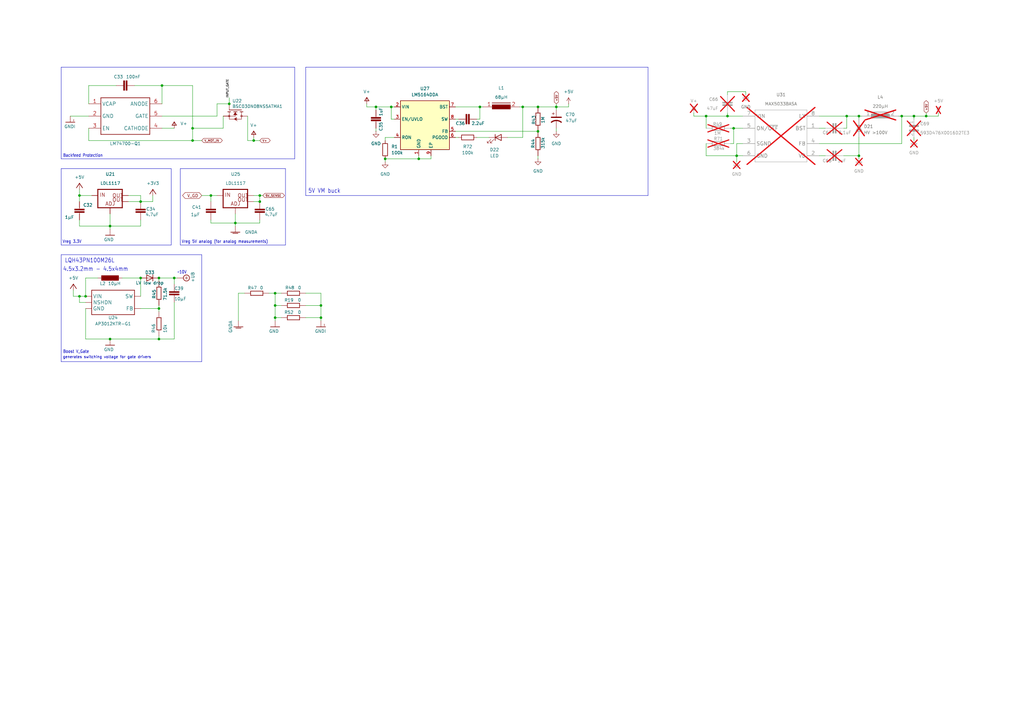
<source format=kicad_sch>
(kicad_sch (version 20250114) (generator "eeschema") (generator_version "9.0")
  (paper "User" 425.45 298.602)
  (lib_symbols
    (symbol "Device:C_Polarized_US" (pin_numbers (hide yes)) (pin_names (offset 0.254) (hide yes))
      (property "Reference" "C" (at 0.635 2.54 0))
      (property "Value" "C_Polarized_US" (at 0.635 -2.54 0))
      (symbol "C_Polarized_US_0_1"
        (polyline (pts (xy -2.032 0.762) (xy 2.032 0.762)) (stroke (width 0.508)))
        (polyline (pts (xy -1.778 2.286) (xy -0.762 2.286)))
        (polyline (pts (xy -1.27 1.778) (xy -1.27 2.794)))
        (arc (start -2.032 -1.27) (mid 0 -0.5572) (end 2.032 -1.27) (stroke (width 0.508)))
      )
      (symbol "C_Polarized_US_1_1"
        (pin passive line (at 0 3.81 270) (length 2.794) (name "~") (number "1"))
        (pin passive line (at 0 -3.81 90) (length 3.302) (name "~") (number "2"))
      )
    )
    (symbol "Device:D" (pin_numbers (hide yes)) (pin_names (offset 1.016) (hide yes))
      (property "Reference" "D" (at 0 2.54 0))
      (property "Value" "D" (at 0 -2.54 0))
      (symbol "D_0_1"
        (polyline (pts (xy -1.27 1.27) (xy -1.27 -1.27)) (stroke (width 0.254)))
        (polyline (pts (xy 1.27 1.27) (xy 1.27 -1.27) (xy -1.27 0) (xy 1.27 1.27)) (stroke (width 0.254)))
        (polyline (pts (xy 1.27 0) (xy -1.27 0)))
      )
      (symbol "D_1_1"
        (pin passive line (at -3.81 0 0) (length 2.54) (name "K") (number "1"))
        (pin passive line (at 3.81 0 180) (length 2.54) (name "A") (number "2"))
      )
    )
    (symbol "Device:LED" (pin_numbers (hide yes)) (pin_names (offset 1.016) (hide yes))
      (property "Reference" "D" (at 0 2.54 0))
      (property "Value" "LED" (at 0 -2.54 0))
      (symbol "LED_0_1"
        (polyline (pts (xy -3.048 -0.762) (xy -4.572 -2.286) (xy -3.81 -2.286) (xy -4.572 -2.286) (xy -4.572 -1.524)))
        (polyline (pts (xy -1.778 -0.762) (xy -3.302 -2.286) (xy -2.54 -2.286) (xy -3.302 -2.286) (xy -3.302 -1.524)))
        (polyline (pts (xy -1.27 0) (xy 1.27 0)))
        (polyline (pts (xy -1.27 -1.27) (xy -1.27 1.27)) (stroke (width 0.254)))
        (polyline (pts (xy 1.27 -1.27) (xy 1.27 1.27) (xy -1.27 0) (xy 1.27 -1.27)) (stroke (width 0.254)))
      )
      (symbol "LED_1_1"
        (pin passive line (at -3.81 0 0) (length 2.54) (name "K") (number "1"))
        (pin passive line (at 3.81 0 180) (length 2.54) (name "A") (number "2"))
      )
    )
    (symbol "Device:R" (pin_numbers (hide yes)) (pin_names (offset 0))
      (property "Reference" "R" (at 2.032 0 90))
      (property "Value" "R" (at 0 0 90))
      (symbol "R_0_1"
        (rectangle (start -1.016 -2.54) (end 1.016 2.54) (stroke (width 0.254)))
      )
      (symbol "R_1_1"
        (pin passive line (at 0 3.81 270) (length 1.27) (name "~") (number "1"))
        (pin passive line (at 0 -3.81 90) (length 1.27) (name "~") (number "2"))
      )
    )
    (symbol "Regulator_Switching:LM5164DDA"
      (property "Reference" "U" (at -8.89 11.43 0))
      (property "Value" "LM5164DDA" (at 5.08 11.43 0))
      (symbol "LM5164DDA_1_1"
        (rectangle (start -10.16 10.16) (end 10.16 -10.16) (stroke (width 0.254)) (fill (type background)))
        (pin power_in line (at -12.7 7.62 0) (length 2.54) (name "VIN") (number "2"))
        (pin input line (at -12.7 2.54 0) (length 2.54) (name "EN/UVLO") (number "3"))
        (pin passive line (at -12.7 -5.08 0) (length 2.54) (name "RON") (number "4"))
        (pin power_in line (at -2.54 -12.7 90) (length 2.54) (name "GND") (number "1"))
        (pin passive line (at 2.54 -12.7 90) (length 2.54) (name "EP") (number "9"))
        (pin passive line (at 12.7 7.62 180) (length 2.54) (name "BST") (number "7"))
        (pin power_out line (at 12.7 2.54 180) (length 2.54) (name "SW") (number "8"))
        (pin input line (at 12.7 -2.54 180) (length 2.54) (name "FB") (number "5"))
        (pin open_collector line (at 12.7 -5.08 180) (length 2.54) (name "PGOOD") (number "6"))
      )
    )
    (symbol "fsim_ff-eagle-import:OHSC_Power_BSC030N08NS5ATMA1"
      (property "Reference" "U" (at -11.43 2.54 0))
      (symbol "OHSC_Power_BSC030N08NS5ATMA1_1_0"
        (polyline (pts (xy 0 2.54) (xy 0 -2.54)) (stroke (width 0.254)))
        (polyline (pts (xy 0.762 3.175) (xy 0.762 2.54)) (stroke (width 0.254)))
        (polyline (pts (xy 0.762 2.54) (xy 0.762 1.905)) (stroke (width 0.254)))
        (polyline (pts (xy 0.762 2.54) (xy 3.81 2.54)) (stroke (width 0.1524)))
        (polyline (pts (xy 0.762 0.762) (xy 0.762 0)) (stroke (width 0.254)))
        (polyline (pts (xy 0.762 0) (xy 0.762 -0.762)) (stroke (width 0.254)))
        (polyline (pts (xy 0.762 0) (xy 2.54 0)) (stroke (width 0.1524)))
        (polyline (pts (xy 0.762 -1.905) (xy 0.762 -2.54)) (stroke (width 0.254)))
        (polyline (pts (xy 0.762 -2.54) (xy 0.762 -3.175)) (stroke (width 0.254)))
        (polyline (pts (xy 1.016 0) (xy 2.032 -0.762) (xy 2.032 0.762)) (stroke (width 0.1524)) (fill (type outline)))
        (circle (center 2.54 2.54) (radius 0.3592))
        (polyline (pts (xy 2.54 0) (xy 2.54 -2.54)) (stroke (width 0.1524)))
        (polyline (pts (xy 2.54 -2.54) (xy 0.762 -2.54)) (stroke (width 0.1524)))
        (polyline (pts (xy 2.54 -2.54) (xy 3.81 -2.54)) (stroke (width 0.1524)))
        (circle (center 2.54 -2.54) (radius 0.3592))
        (polyline (pts (xy 3.302 0.508) (xy 3.048 0.254)) (stroke (width 0.1524)))
        (polyline (pts (xy 3.81 2.54) (xy 3.81 0.508)) (stroke (width 0.1524)))
        (polyline (pts (xy 3.81 0.508) (xy 3.302 0.508)) (stroke (width 0.1524)))
        (polyline (pts (xy 3.81 0.508) (xy 3.81 -2.54)) (stroke (width 0.1524)))
        (polyline (pts (xy 3.81 -0.508) (xy 3.302 0.254) (xy 4.318 0.254)) (stroke (width 0.1524)) (fill (type outline)))
        (polyline (pts (xy 4.318 0.508) (xy 3.81 0.508)) (stroke (width 0.1524)))
        (polyline (pts (xy 4.572 0.762) (xy 4.318 0.508)) (stroke (width 0.1524)))
        (pin passive line (at -2.54 -2.54 0) (length 2.54) (name "G") (number "4"))
        (pin passive line (at 2.54 5.08 270) (length 2.54) (name "D") (number "5"))
        (pin passive line (at 2.54 -5.08 90) (length 2.54) (name "S") (number "1"))
        (pin passive line (at 2.54 -5.08 90) (length 2.54) (name "S") (number "2"))
        (pin passive line (at 2.54 -5.08 90) (length 2.54) (name "S") (number "3"))
      )
    )
    (symbol "fsim_ff-eagle-import:OHSC_Power_LM74700-Q1"
      (symbol "OHSC_Power_LM74700-Q1_1_0"
        (polyline (pts (xy -5.08 5.08) (xy -5.08 -10.16)) (stroke (width 0.254)))
        (polyline (pts (xy -5.08 -10.16) (xy 15.24 -10.16)) (stroke (width 0.254)))
        (polyline (pts (xy 15.24 5.08) (xy -5.08 5.08)) (stroke (width 0.254)))
        (polyline (pts (xy 15.24 -10.16) (xy 15.24 5.08)) (stroke (width 0.254)))
        (pin bidirectional line (at -10.16 2.54 0) (length 5.08) (name "VCAP") (number "1"))
        (pin bidirectional line (at -10.16 -2.54 0) (length 5.08) (name "GND") (number "2"))
        (pin bidirectional line (at -10.16 -7.62 0) (length 5.08) (name "EN") (number "3"))
        (pin bidirectional line (at 20.32 2.54 180) (length 5.08) (name "ANODE") (number "6"))
        (pin bidirectional line (at 20.32 -2.54 180) (length 5.08) (name "GATE") (number "5"))
        (pin bidirectional line (at 20.32 -7.62 180) (length 5.08) (name "CATHODE") (number "4"))
      )
    )
    (symbol "fsim_ff-eagle-import:Powermisc_593D476X0016D2TE3"
      (property "Reference" "C" (at 0 3.81 0))
      (symbol "Powermisc_593D476X0016D2TE3_1_0"
        (rectangle (start 0 -1.905) (end 0.635 1.905) (fill (type outline)))
        (rectangle (start 1.905 -1.905) (end 2.54 1.905) (fill (type outline)))
        (pin passive line (at -2.54 0 0) (length 2.54) (name "2") (number "2"))
        (pin passive line (at 5.08 0 180) (length 2.54) (name "1") (number "1"))
      )
    )
    (symbol "fsim_ff-eagle-import:Powermisc_8MMINDUCTOR"
      (property "Reference" "L" (at -3.81 2.286 0))
      (symbol "Powermisc_8MMINDUCTOR_1_0"
        (polyline (pts (xy -3.81 1.651) (xy 3.81 1.651)) (stroke (width 0.254)))
        (rectangle (start -3.81 -0.889) (end 3.81 0.889) (fill (type outline)))
        (pin passive line (at -7.62 0 0) (length 5.08) (name "1") (number "1"))
        (pin passive line (at 7.62 0 180) (length 5.08) (name "2") (number "2"))
      )
    )
    (symbol "fsim_ff-eagle-import:Powermisc_AP3012KTR-G1"
      (property "Reference" "U" (at -5.08 5.08 0))
      (symbol "Powermisc_AP3012KTR-G1_1_0"
        (polyline (pts (xy -5.08 5.08) (xy -5.08 -5.08)) (stroke (width 0.254)))
        (polyline (pts (xy -5.08 -5.08) (xy 12.7 -5.08)) (stroke (width 0.254)))
        (polyline (pts (xy 12.7 5.08) (xy -5.08 5.08)) (stroke (width 0.254)))
        (polyline (pts (xy 12.7 -5.08) (xy 12.7 5.08)) (stroke (width 0.254)))
        (pin bidirectional line (at -7.62 2.54 0) (length 2.54) (name "VIN") (number "5"))
        (pin bidirectional line (at -7.62 0 0) (length 2.54) (name "NSHDN") (number "4"))
        (pin bidirectional line (at -7.62 -2.54 0) (length 2.54) (name "GND") (number "2"))
        (pin bidirectional line (at 15.24 2.54 180) (length 2.54) (name "SW") (number "1"))
        (pin bidirectional line (at 15.24 -2.54 180) (length 2.54) (name "FB") (number "3"))
      )
    )
    (symbol "fsim_ff-eagle-import:Powermisc_MAX5033BASA+T"
      (symbol "Powermisc_MAX5033BASA+T_1_0"
        (polyline (pts (xy 0 0) (xy 0 -21.59)) (stroke (width 0.1524)))
        (polyline (pts (xy 0 -21.59) (xy 21.59 -21.59)) (stroke (width 0.1524)))
        (polyline (pts (xy 21.59 0) (xy 0 0)) (stroke (width 0.1524)))
        (polyline (pts (xy 21.59 -21.59) (xy 21.59 0)) (stroke (width 0.1524)))
        (pin power_in line (at -5.08 -2.54 0) (length 5.08) (name "VIN") (number "7"))
        (pin input line (at -5.08 -7.62 0) (length 5.08) (name "ON/~{OFF}") (number "5"))
        (pin power_in line (at -5.08 -13.97 0) (length 5.08) (name "SGND") (number "3"))
        (pin power_in line (at -5.08 -19.05 0) (length 5.08) (name "GND") (number "6"))
        (pin passive line (at 26.67 -2.54 180) (length 5.08) (name "LX") (number "8"))
        (pin passive line (at 26.67 -7.62 180) (length 5.08) (name "BST") (number "1"))
        (pin output line (at 26.67 -13.97 180) (length 5.08) (name "FB") (number "4"))
        (pin power_in line (at 26.67 -19.05 180) (length 5.08) (name "VD") (number "2"))
      )
    )
    (symbol "fsim_ff-eagle-import:SparkFun-IC-Power_526_V_REG_LM1117SOT223"
      (property "Reference" "U" (at 2.54 -7.62 0))
      (symbol "SparkFun-IC-Power_526_V_REG_LM1117SOT223_1_0"
        (polyline (pts (xy -5.08 2.54) (xy -5.08 -5.08)) (stroke (width 0.4064)))
        (polyline (pts (xy -5.08 -5.08) (xy 5.08 -5.08)) (stroke (width 0.4064)))
        (polyline (pts (xy 5.08 2.54) (xy -5.08 2.54)) (stroke (width 0.4064)))
        (polyline (pts (xy 5.08 -5.08) (xy 5.08 2.54)) (stroke (width 0.4064)))
        (text "IN" (at -4.445 -0.635 0) (effects (font (size 1.524 1.524)) (justify left bottom)))
        (text "ADJ" (at -2.032 -4.318 0) (effects (font (size 1.524 1.524)) (justify left bottom)))
        (text "OUT" (at 0.889 -0.889 0) (effects (font (size 1.524 1.524)) (justify left bottom)))
        (text "OUT" (at 0.889 -2.667 0) (effects (font (size 1.524 1.524)) (justify left bottom)))
        (pin input line (at -7.62 0 0) (length 2.54) (name "IN") (number "3"))
        (pin input line (at 0 -7.62 90) (length 2.54) (name "ADJ") (number "1"))
        (pin output line (at 7.62 0 180) (length 2.54) (name "OUT") (number "2"))
        (pin output line (at 7.62 -2.54 180) (length 2.54) (name "OUT@1") (number "4"))
      )
    )
    (symbol "fsim_ff-eagle-import:rcl_334_L-EUL4532P"
      (property "Reference" "L" (at -1.4986 -3.81 90))
      (symbol "rcl_334_L-EUL4532P_1_0"
        (rectangle (start -1.016 -3.556) (end 1.016 3.556) (fill (type outline)))
        (pin passive line (at 0 5.08 270) (length 2.54) (name "1") (number "1"))
        (pin passive line (at 0 -5.08 90) (length 2.54) (name "2") (number "2"))
      )
    )
    (symbol "fsim_ff-eagle-import:resistor_348_C-EUC0603"
      (property "Reference" "C" (at 1.524 0.381 0))
      (symbol "resistor_348_C-EUC0603_1_0"
        (rectangle (start -2.032 -1.016) (end 2.032 -0.508) (fill (type outline)))
        (rectangle (start -2.032 -2.032) (end 2.032 -1.524) (fill (type outline)))
        (polyline (pts (xy 0 0) (xy 0 -0.508)) (stroke (width 0.1524)))
        (polyline (pts (xy 0 -2.54) (xy 0 -2.032)) (stroke (width 0.1524)))
        (pin passive line (at 0 2.54 270) (length 2.54) (name "1") (number "1"))
        (pin passive line (at 0 -5.08 90) (length 2.54) (name "2") (number "2"))
      )
    )
    (symbol "fsim_ff-eagle-import:resistor_348_C-EUC0805"
      (property "Reference" "C" (at 1.524 0.381 0))
      (symbol "resistor_348_C-EUC0805_1_0"
        (rectangle (start -2.032 -1.016) (end 2.032 -0.508) (fill (type outline)))
        (rectangle (start -2.032 -2.032) (end 2.032 -1.524) (fill (type outline)))
        (polyline (pts (xy 0 0) (xy 0 -0.508)) (stroke (width 0.1524)))
        (polyline (pts (xy 0 -2.54) (xy 0 -2.032)) (stroke (width 0.1524)))
        (pin passive line (at 0 2.54 270) (length 2.54) (name "1") (number "1"))
        (pin passive line (at 0 -5.08 90) (length 2.54) (name "2") (number "2"))
      )
    )
    (symbol "fsim_ff-eagle-import:resistor_348_C-EUC1206"
      (property "Reference" "C" (at 1.524 0.381 0))
      (symbol "resistor_348_C-EUC1206_1_0"
        (rectangle (start -2.032 -1.016) (end 2.032 -0.508) (fill (type outline)))
        (rectangle (start -2.032 -2.032) (end 2.032 -1.524) (fill (type outline)))
        (polyline (pts (xy 0 0) (xy 0 -0.508)) (stroke (width 0.1524)))
        (polyline (pts (xy 0 -2.54) (xy 0 -2.032)) (stroke (width 0.1524)))
        (pin passive line (at 0 2.54 270) (length 2.54) (name "1") (number "1"))
        (pin passive line (at 0 -5.08 90) (length 2.54) (name "2") (number "2"))
      )
    )
    (symbol "fsim_ff-eagle-import:resistor_348_R-EU_R0603"
      (property "Reference" "R" (at -3.81 1.4986 0))
      (symbol "resistor_348_R-EU_R0603_1_0"
        (polyline (pts (xy -2.54 -0.889) (xy -2.54 0.889)) (stroke (width 0.254)))
        (polyline (pts (xy -2.54 -0.889) (xy 2.54 -0.889)) (stroke (width 0.254)))
        (polyline (pts (xy 2.54 0.889) (xy -2.54 0.889)) (stroke (width 0.254)))
        (polyline (pts (xy 2.54 -0.889) (xy 2.54 0.889)) (stroke (width 0.254)))
        (pin passive line (at -5.08 0 0) (length 2.54) (name "1") (number "1"))
        (pin passive line (at 5.08 0 180) (length 2.54) (name "2") (number "2"))
      )
    )
    (symbol "fsim_ff-eagle-import:resistor_348_R-EU_R0805"
      (property "Reference" "R" (at -3.81 1.4986 0))
      (symbol "resistor_348_R-EU_R0805_1_0"
        (polyline (pts (xy -2.54 -0.889) (xy -2.54 0.889)) (stroke (width 0.254)))
        (polyline (pts (xy -2.54 -0.889) (xy 2.54 -0.889)) (stroke (width 0.254)))
        (polyline (pts (xy 2.54 0.889) (xy -2.54 0.889)) (stroke (width 0.254)))
        (polyline (pts (xy 2.54 -0.889) (xy 2.54 0.889)) (stroke (width 0.254)))
        (pin passive line (at -5.08 0 0) (length 2.54) (name "1") (number "1"))
        (pin passive line (at 5.08 0 180) (length 2.54) (name "2") (number "2"))
      )
    )
    (symbol "fsim_ff-eagle-import:supply1_371_+3V3" (power)
      (symbol "supply1_371_+3V3_1_0"
        (polyline (pts (xy 0 0) (xy -1.27 -1.905)) (stroke (width 0.254)))
        (polyline (pts (xy 1.27 -1.905) (xy 0 0)) (stroke (width 0.254)))
        (pin power_in line (at 0 -2.54 90) (length 2.54) (name "+3V3") (number "1"))
      )
    )
    (symbol "fsim_ff-eagle-import:supply1_371_+5V" (power)
      (symbol "supply1_371_+5V_1_0"
        (polyline (pts (xy 0 0) (xy -1.27 -1.905)) (stroke (width 0.254)))
        (polyline (pts (xy 1.27 -1.905) (xy 0 0)) (stroke (width 0.254)))
        (pin power_in line (at 0 -2.54 90) (length 2.54) (name "+5V") (number "1"))
      )
    )
    (symbol "fsim_ff-eagle-import:supply1_371_GND" (power)
      (symbol "supply1_371_GND_1_0"
        (polyline (pts (xy -1.905 0) (xy 1.905 0)) (stroke (width 0.254)))
        (pin power_in line (at 0 2.54 270) (length 2.54) (name "GND") (number "1"))
      )
    )
    (symbol "fsim_ff-eagle-import:supply1_371_GNDA" (power)
      (symbol "supply1_371_GNDA_1_0"
        (polyline (pts (xy -1.905 0) (xy 1.905 0)) (stroke (width 0.254)))
        (polyline (pts (xy -1.0922 -0.508) (xy 1.0922 -0.508)) (stroke (width 0.254)))
        (pin power_in line (at 0 2.54 270) (length 2.54) (name "GNDA") (number "1"))
      )
    )
    (symbol "fsim_ff-eagle-import:supply1_371_GNDI" (power)
      (symbol "supply1_371_GNDI_1_0"
        (polyline (pts (xy -1.905 0) (xy 1.905 0)) (stroke (width 0.254)))
        (text "I" (at 1.143 0.254 0) (effects (font (size 0.8128 0.6908)) (justify left bottom)))
        (pin power_in line (at 0 2.54 270) (length 2.54) (name "GNDI") (number "1"))
      )
    )
    (symbol "fsim_ff-eagle-import:supply1_371_V+" (power)
      (symbol "supply1_371_V+_1_0"
        (polyline (pts (xy -0.889 -1.27) (xy 0.889 -1.27)) (stroke (width 0.254)))
        (polyline (pts (xy 0 0.127) (xy -0.889 -1.27)) (stroke (width 0.254)))
        (polyline (pts (xy 0.889 -1.27) (xy 0 0.127)) (stroke (width 0.254)))
        (pin power_in line (at 0 -2.54 90) (length 2.54) (name "V+") (number "1"))
      )
    )
    (symbol "fsim_ff-eagle-import:supply2_372_+UB" (power)
      (symbol "supply2_372_+UB_1_0"
        (polyline (pts (xy -0.635 1.27) (xy 0.635 1.27)) (stroke (width 0.1524)))
        (circle (center 0 1.27) (radius 1.27) (stroke (width 0.254)))
        (polyline (pts (xy 0 0.635) (xy 0 1.905)) (stroke (width 0.1524)))
        (pin power_in line (at 0 -2.54 90) (length 2.54) (name "+UB") (number "1"))
      )
    )
    (symbol "power:+5V" (power) (pin_numbers (hide yes)) (pin_names (offset 0) (hide yes))
      (property "Value" "+5V" (at 0 3.556 0))
      (symbol "+5V_0_1"
        (polyline (pts (xy -0.762 1.27) (xy 0 2.54)))
        (polyline (pts (xy 0 2.54) (xy 0.762 1.27)))
        (polyline (pts (xy 0 0) (xy 0 2.54)))
      )
      (symbol "+5V_1_1"
        (pin power_in line (at 0 0 90) (length 0) (name "~") (number "1"))
      )
    )
    (symbol "power:GND" (power) (pin_numbers (hide yes)) (pin_names (offset 0) (hide yes))
      (property "Value" "GND" (at 0 -3.81 0))
      (symbol "GND_0_1"
        (polyline (pts (xy 0 0) (xy 0 -1.27) (xy 1.27 -1.27) (xy 0 -2.54) (xy -1.27 -1.27) (xy 0 -1.27)))
      )
      (symbol "GND_1_1"
        (pin power_in line (at 0 0 270) (length 0) (name "~") (number "1"))
      )
    )
  )
  (text "Vreg 5V analog (for analog measurements)" (at 75.438 101.346 0) (effects (font (size 1.27 1.0795)) (justify left bottom)))
  (text "~10V" (at 73.66 114.046 0) (effects (font (size 1.27 1.0795)) (justify left bottom)))
  (text "Backfeed Protection" (at 26.162 65.532 0) (effects (font (size 1.27 1.0795)) (justify left bottom)))
  (text "4.5x3.2mm - 4.5x4mm" (at 26.162 113.03 0) (effects (font (size 1.778 1.5113)) (justify left bottom)))
  (text "Vreg 3.3V" (at 25.908 101.346 0) (effects (font (size 1.27 1.0795)) (justify left bottom)))
  (text "generates switching voltage for gate drivers" (at 44.45 148.59 0) (effects (font (size 1.0795 1.0795))))
  (text "Boost V_Gate" (at 26.162 147.066 0) (effects (font (size 1.27 1.0795)) (justify left bottom)))
  (text "5V VM buck" (at 128.016 80.518 0) (effects (font (size 1.778 1.5113)) (justify left bottom)))
  (text "LQH43PN100M26L" (at 26.924 109.474 0) (effects (font (size 1.778 1.5113)) (justify left bottom)))
  (junction (at 223.52 44.45))
  (junction (at 133.35 127))
  (junction (at 156.21 44.45))
  (junction (at 379.73 48.26))
  (junction (at 33.02 123.19))
  (junction (at 45.72 93.98))
  (junction (at 45.72 140.97))
  (junction (at 173.99 66.04))
  (junction (at 97.79 92.71))
  (junction (at 306.07 64.77))
  (junction (at 217.17 44.45))
  (junction (at 35.56 123.19))
  (junction (at 162.56 44.45))
  (junction (at 66.04 115.57))
  (junction (at 223.52 54.61))
  (junction (at 58.42 83.82))
  (junction (at 33.02 81.28))
  (junction (at 67.31 35.56))
  (junction (at 114.3 127))
  (junction (at 160.02 66.04))
  (junction (at 87.63 81.28))
  (junction (at 72.39 115.57))
  (junction (at 105.41 58.42))
  (junction (at 231.14 44.45))
  (junction (at 374.65 48.26))
  (junction (at 304.8 53.34))
  (junction (at 80.01 53.34))
  (junction (at 66.04 128.27))
  (junction (at 199.39 44.45))
  (junction (at 302.26 48.26))
  (junction (at 133.35 132.08))
  (junction (at 114.3 121.92))
  (junction (at 293.37 48.26))
  (junction (at 356.87 48.26))
  (junction (at 107.95 81.28))
  (junction (at 356.87 64.77))
  (junction (at 66.04 140.97))
  (junction (at 80.01 58.42))
  (junction (at 384.81 48.26))
  (junction (at 107.95 83.82))
  (junction (at 58.42 115.57))
  (junction (at 95.25 43.18))
  (junction (at 351.79 48.26))
  (junction (at 114.3 132.08))
  (polyline (pts (xy 25.4 101.854) (xy 71.12 101.854)) (stroke (width 0.1524) (type solid)))
  (wire (pts (xy 217.17 44.45) (xy 223.52 44.45)))
  (polyline (pts (xy 71.12 101.854) (xy 71.12 70.104)) (stroke (width 0.1524) (type solid)))
  (wire (pts (xy 217.17 57.15) (xy 217.17 44.45)))
  (wire (pts (xy 36.83 35.56) (xy 48.26 35.56)) (stroke (width 0.1524)))
  (wire (pts (xy 173.99 66.04) (xy 179.07 66.04)))
  (wire (pts (xy 66.04 128.27) (xy 58.42 128.27)) (stroke (width 0.1524)))
  (wire (pts (xy 309.88 38.1) (xy 309.88 39.37)))
  (wire (pts (xy 223.52 44.45) (xy 231.14 44.45)))
  (wire (pts (xy 114.3 133.35) (xy 114.3 132.08)))
  (wire (pts (xy 160.02 66.04) (xy 160.02 67.31)))
  (polyline (pts (xy 83.82 105.918) (xy 25.4 105.918)) (stroke (width 0.1524) (type solid)))
  (wire (pts (xy 92.71 53.34) (xy 80.01 53.34)) (stroke (width 0.1524)))
  (wire (pts (xy 35.56 123.19) (xy 35.56 115.57)) (stroke (width 0.1524)))
  (wire (pts (xy 356.87 57.15) (xy 356.87 64.77)))
  (wire (pts (xy 236.22 44.45) (xy 236.22 43.18)))
  (wire (pts (xy 293.37 53.34) (xy 293.37 48.26)))
  (wire (pts (xy 38.1 81.28) (xy 33.02 81.28)) (stroke (width 0.1524)))
  (wire (pts (xy 133.35 121.92) (xy 133.35 127)) (stroke (width 0.1524)))
  (wire (pts (xy 36.83 43.18) (xy 36.83 35.56)) (stroke (width 0.1524)))
  (wire (pts (xy 72.39 115.57) (xy 72.39 118.11)) (stroke (width 0.1524)))
  (wire (pts (xy 80.01 53.34) (xy 80.01 35.56)) (stroke (width 0.1524)))
  (polyline (pts (xy 71.12 70.104) (xy 25.4 70.104)) (stroke (width 0.1524) (type solid)))
  (wire (pts (xy 102.87 58.42) (xy 105.41 58.42)) (stroke (width 0.1524)))
  (wire (pts (xy 306.07 59.69) (xy 306.07 64.77)))
  (wire (pts (xy 179.07 66.04) (xy 179.07 64.77)))
  (wire (pts (xy 379.73 57.15) (xy 379.73 58.42)))
  (polyline (pts (xy 118.618 70.104) (xy 74.93 70.104)) (stroke (width 0.1524) (type solid)))
  (wire (pts (xy 66.04 127) (xy 66.04 128.27)))
  (wire (pts (xy 189.23 57.15) (xy 190.5 57.15)))
  (wire (pts (xy 340.36 64.77) (xy 342.9 64.77)))
  (wire (pts (xy 36.83 48.26) (xy 29.21 48.26)) (stroke (width 0.1524)))
  (wire (pts (xy 160.02 58.42) (xy 160.02 57.15)))
  (wire (pts (xy 107.95 81.28) (xy 107.95 83.82)) (stroke (width 0.1524)))
  (wire (pts (xy 340.36 48.26) (xy 351.79 48.26)))
  (wire (pts (xy 73.66 115.57) (xy 72.39 115.57)) (stroke (width 0.1524)))
  (wire (pts (xy 36.83 53.34) (xy 36.83 58.42)) (stroke (width 0.1524)))
  (wire (pts (xy 306.07 64.77) (xy 306.07 67.31)))
  (wire (pts (xy 87.63 81.28) (xy 87.63 83.82)) (stroke (width 0.1524)))
  (wire (pts (xy 99.06 121.92) (xy 99.06 133.35)) (stroke (width 0.1524)))
  (wire (pts (xy 35.56 115.57) (xy 40.64 115.57)) (stroke (width 0.1524)))
  (wire (pts (xy 87.63 92.71) (xy 87.63 91.44)) (stroke (width 0.1524)))
  (wire (pts (xy 97.79 92.71) (xy 87.63 92.71)) (stroke (width 0.1524)))
  (wire (pts (xy 114.3 121.92) (xy 114.3 127)) (stroke (width 0.1524)))
  (wire (pts (xy 72.39 125.73) (xy 72.39 140.97)) (stroke (width 0.1524)))
  (wire (pts (xy 102.87 48.26) (xy 102.87 58.42)) (stroke (width 0.1524)))
  (wire (pts (xy 33.02 125.73) (xy 33.02 123.19)) (stroke (width 0.1524)))
  (wire (pts (xy 152.4 44.45) (xy 152.4 43.18)))
  (wire (pts (xy 53.34 83.82) (xy 58.42 83.82)) (stroke (width 0.1524)))
  (wire (pts (xy 156.21 44.45) (xy 162.56 44.45)))
  (wire (pts (xy 58.42 115.57) (xy 50.8 115.57)) (stroke (width 0.1524)))
  (wire (pts (xy 90.17 81.28) (xy 87.63 81.28)) (stroke (width 0.1524)))
  (wire (pts (xy 127 132.08) (xy 133.35 132.08)) (stroke (width 0.1524)))
  (wire (pts (xy 35.56 128.27) (xy 35.56 140.97)) (stroke (width 0.1524)))
  (wire (pts (xy 66.04 139.7) (xy 66.04 140.97)))
  (wire (pts (xy 66.04 115.57) (xy 72.39 115.57)) (stroke (width 0.1524)))
  (wire (pts (xy 45.72 95.25) (xy 45.72 93.98)))
  (wire (pts (xy 116.84 127) (xy 114.3 127)) (stroke (width 0.1524)))
  (wire (pts (xy 223.52 64.77) (xy 223.52 66.04)))
  (wire (pts (xy 351.79 48.26) (xy 356.87 48.26)))
  (wire (pts (xy 373.38 48.26) (xy 374.65 48.26)))
  (wire (pts (xy 374.65 48.26) (xy 379.73 48.26)))
  (wire (pts (xy 189.23 44.45) (xy 199.39 44.45)))
  (wire (pts (xy 97.79 92.71) (xy 107.95 92.71)) (stroke (width 0.1524)))
  (wire (pts (xy 55.88 35.56) (xy 67.31 35.56)) (stroke (width 0.1524)))
  (wire (pts (xy 358.14 48.26) (xy 356.87 48.26)))
  (wire (pts (xy 97.79 92.71) (xy 97.79 93.98)) (stroke (width 0.1524)))
  (wire (pts (xy 308.61 59.69) (xy 306.07 59.69)))
  (polyline (pts (xy 127 27.94) (xy 269.24 27.94)) (stroke (width 0.1524) (type solid)))
  (wire (pts (xy 66.04 140.97) (xy 45.72 140.97)) (stroke (width 0.1524)))
  (wire (pts (xy 340.36 53.34) (xy 342.9 53.34)))
  (wire (pts (xy 288.29 48.26) (xy 288.29 46.99)))
  (wire (pts (xy 53.34 81.28) (xy 58.42 81.28)) (stroke (width 0.1524)))
  (wire (pts (xy 58.42 93.98) (xy 58.42 91.44)) (stroke (width 0.1524)))
  (wire (pts (xy 210.82 57.15) (xy 217.17 57.15)))
  (wire (pts (xy 173.99 66.04) (xy 173.99 64.77)))
  (wire (pts (xy 90.17 48.26) (xy 90.17 43.18)) (stroke (width 0.1524)))
  (wire (pts (xy 156.21 45.72) (xy 156.21 44.45)))
  (wire (pts (xy 374.65 48.26) (xy 374.65 59.69)))
  (wire (pts (xy 114.3 121.92) (xy 116.84 121.92)) (stroke (width 0.1524)))
  (wire (pts (xy 162.56 44.45) (xy 163.83 44.45)))
  (wire (pts (xy 293.37 48.26) (xy 288.29 48.26)))
  (wire (pts (xy 293.37 48.26) (xy 302.26 48.26)))
  (wire (pts (xy 384.81 46.99) (xy 384.81 48.26)))
  (wire (pts (xy 308.61 64.77) (xy 306.07 64.77)))
  (wire (pts (xy 66.04 129.54) (xy 66.04 128.27)) (stroke (width 0.1524)))
  (wire (pts (xy 199.39 49.53) (xy 199.39 44.45)))
  (wire (pts (xy 374.65 59.69) (xy 340.36 59.69)))
  (wire (pts (xy 231.14 45.72) (xy 231.14 44.45)))
  (wire (pts (xy 189.23 49.53) (xy 190.5 49.53)))
  (wire (pts (xy 105.41 58.42) (xy 107.95 58.42)) (stroke (width 0.1524)))
  (wire (pts (xy 163.83 49.53) (xy 162.56 49.53)))
  (wire (pts (xy 189.23 54.61) (xy 223.52 54.61)))
  (wire (pts (xy 107.95 83.82) (xy 105.41 83.82)) (stroke (width 0.1524)))
  (wire (pts (xy 35.56 125.73) (xy 33.02 125.73)) (stroke (width 0.1524)))
  (wire (pts (xy 97.79 88.9) (xy 97.79 92.71)) (stroke (width 0.1524)))
  (polyline (pts (xy 25.4 70.104) (xy 25.4 101.854)) (stroke (width 0.1524) (type solid)))
  (wire (pts (xy 356.87 64.77) (xy 356.87 66.04)))
  (wire (pts (xy 133.35 127) (xy 133.35 132.08)) (stroke (width 0.1524)))
  (polyline (pts (xy 83.82 150.368) (xy 83.82 105.918)) (stroke (width 0.1524) (type solid)))
  (polyline (pts (xy 74.93 101.854) (xy 118.618 101.854)) (stroke (width 0.1524) (type solid)))
  (wire (pts (xy 58.42 123.19) (xy 58.42 115.57)) (stroke (width 0.1524)))
  (wire (pts (xy 33.02 123.19) (xy 30.48 123.19)) (stroke (width 0.1524)))
  (wire (pts (xy 95.25 40.64) (xy 95.25 43.18)))
  (wire (pts (xy 67.31 35.56) (xy 67.31 43.18)) (stroke (width 0.1524)))
  (wire (pts (xy 293.37 59.69) (xy 293.37 64.77)))
  (polyline (pts (xy 122.428 66.04) (xy 122.428 27.94)) (stroke (width 0.1524) (type solid)))
  (wire (pts (xy 350.52 53.34) (xy 351.79 53.34)))
  (polyline (pts (xy 127 81.28) (xy 127 27.94)) (stroke (width 0.1524) (type solid)))
  (wire (pts (xy 35.56 140.97) (xy 45.72 140.97)) (stroke (width 0.1524)))
  (polyline (pts (xy 25.4 27.94) (xy 25.4 66.04)) (stroke (width 0.1524) (type solid)))
  (polyline (pts (xy 25.4 105.918) (xy 25.4 150.368)) (stroke (width 0.1524) (type solid)))
  (wire (pts (xy 45.72 88.9) (xy 45.72 93.98)) (stroke (width 0.1524)))
  (wire (pts (xy 87.63 81.28) (xy 83.82 81.28)) (stroke (width 0.1524)))
  (polyline (pts (xy 25.4 66.04) (xy 122.428 66.04)) (stroke (width 0.1524) (type solid)))
  (wire (pts (xy 156.21 53.34) (xy 156.21 54.61)))
  (polyline (pts (xy 269.24 27.94) (xy 269.24 81.28)) (stroke (width 0.1524) (type solid)))
  (wire (pts (xy 127 121.92) (xy 133.35 121.92)) (stroke (width 0.1524)))
  (wire (pts (xy 92.71 48.26) (xy 92.71 53.34)) (stroke (width 0.1524)))
  (wire (pts (xy 107.95 81.28) (xy 109.22 81.28)) (stroke (width 0.1524)))
  (wire (pts (xy 36.83 58.42) (xy 80.01 58.42)) (stroke (width 0.1524)))
  (wire (pts (xy 99.06 121.92) (xy 101.6 121.92)) (stroke (width 0.1524)))
  (wire (pts (xy 67.31 53.34) (xy 72.39 53.34)) (stroke (width 0.1524)))
  (polyline (pts (xy 118.618 101.854) (xy 118.618 70.104)) (stroke (width 0.1524) (type solid)))
  (wire (pts (xy 35.56 123.19) (xy 33.02 123.19)) (stroke (width 0.1524)))
  (wire (pts (xy 105.41 81.28) (xy 107.95 81.28)) (stroke (width 0.1524)))
  (wire (pts (xy 304.8 53.34) (xy 308.61 53.34)))
  (wire (pts (xy 72.39 140.97) (xy 66.04 140.97)) (stroke (width 0.1524)))
  (wire (pts (xy 30.48 123.19) (xy 30.48 120.65)) (stroke (width 0.1524)))
  (wire (pts (xy 58.42 81.28) (xy 58.42 83.82)) (stroke (width 0.1524)))
  (wire (pts (xy 231.14 44.45) (xy 236.22 44.45)))
  (wire (pts (xy 66.04 115.57) (xy 66.04 116.84)) (stroke (width 0.1524)))
  (wire (pts (xy 33.02 81.28) (xy 33.02 83.82)) (stroke (width 0.1524)))
  (wire (pts (xy 309.88 38.1) (xy 302.26 38.1)))
  (wire (pts (xy 162.56 49.53) (xy 162.56 44.45)))
  (wire (pts (xy 63.5 81.28) (xy 63.5 83.82)) (stroke (width 0.1524)))
  (wire (pts (xy 215.9 44.45) (xy 217.17 44.45)))
  (wire (pts (xy 114.3 121.92) (xy 111.76 121.92)) (stroke (width 0.1524)))
  (wire (pts (xy 160.02 57.15) (xy 163.83 57.15)))
  (wire (pts (xy 293.37 64.77) (xy 306.07 64.77)))
  (wire (pts (xy 302.26 38.1) (xy 302.26 39.37)))
  (wire (pts (xy 33.02 78.74) (xy 33.02 81.28)) (stroke (width 0.1524)))
  (wire (pts (xy 80.01 58.42) (xy 83.82 58.42)))
  (polyline (pts (xy 25.4 150.368) (xy 83.82 150.368)) (stroke (width 0.1524) (type solid)))
  (wire (pts (xy 80.01 35.56) (xy 67.31 35.56)) (stroke (width 0.1524)))
  (wire (pts (xy 231.14 43.18) (xy 231.14 44.45)))
  (wire (pts (xy 379.73 48.26) (xy 384.81 48.26)))
  (wire (pts (xy 356.87 49.53) (xy 356.87 48.26)))
  (wire (pts (xy 379.73 49.53) (xy 379.73 48.26)))
  (wire (pts (xy 304.8 53.34) (xy 303.53 53.34)))
  (wire (pts (xy 302.26 46.99) (xy 302.26 48.26)))
  (wire (pts (xy 105.41 57.15) (xy 105.41 58.42)))
  (polyline (pts (xy 269.24 81.28) (xy 127 81.28)) (stroke (width 0.1524) (type solid)))
  (wire (pts (xy 116.84 132.08) (xy 114.3 132.08)) (stroke (width 0.1524)))
  (wire (pts (xy 389.89 48.26) (xy 389.89 46.99)))
  (wire (pts (xy 95.25 43.18) (xy 90.17 43.18)) (stroke (width 0.1524)))
  (wire (pts (xy 350.52 64.77) (xy 356.87 64.77)))
  (wire (pts (xy 127 127) (xy 133.35 127)) (stroke (width 0.1524)))
  (wire (pts (xy 63.5 83.82) (xy 58.42 83.82)) (stroke (width 0.1524)))
  (wire (pts (xy 351.79 53.34) (xy 351.79 48.26)))
  (polyline (pts (xy 74.93 70.104) (xy 74.93 101.854)) (stroke (width 0.1524) (type solid)))
  (wire (pts (xy 384.81 48.26) (xy 389.89 48.26)))
  (wire (pts (xy 231.14 53.34) (xy 231.14 54.61)))
  (wire (pts (xy 198.12 49.53) (xy 199.39 49.53)))
  (polyline (pts (xy 122.428 27.94) (xy 25.4 27.94)) (stroke (width 0.1524) (type solid)))
  (wire (pts (xy 67.31 48.26) (xy 90.17 48.26)) (stroke (width 0.1524)))
  (wire (pts (xy 302.26 48.26) (xy 308.61 48.26)))
  (wire (pts (xy 304.8 59.69) (xy 303.53 59.69)))
  (wire (pts (xy 114.3 127) (xy 114.3 132.08)) (stroke (width 0.1524)))
  (wire (pts (xy 33.02 93.98) (xy 33.02 91.44)) (stroke (width 0.1524)))
  (wire (pts (xy 152.4 44.45) (xy 156.21 44.45)))
  (wire (pts (xy 33.02 93.98) (xy 45.72 93.98)) (stroke (width 0.1524)))
  (wire (pts (xy 80.01 58.42) (xy 80.01 53.34)) (stroke (width 0.1524)))
  (wire (pts (xy 304.8 53.34) (xy 304.8 59.69)))
  (wire (pts (xy 107.95 92.71) (xy 107.95 91.44)) (stroke (width 0.1524)))
  (wire (pts (xy 58.42 93.98) (xy 45.72 93.98)) (stroke (width 0.1524)))
  (wire (pts (xy 160.02 66.04) (xy 173.99 66.04)))
  (wire (pts (xy 198.12 57.15) (xy 203.2 57.15)))
  (wire (pts (xy 199.39 44.45) (xy 200.66 44.45)))
  (wire (pts (xy 133.35 133.35) (xy 133.35 132.08)))
  (label "INPUT_GATE" (at 95.25 40.64 90) (effects (font (size 0.889 0.889))))
  (global_label "V_GD" (shape bidirectional) (at 83.82 81.28 180) (effects (font (size 1.2446 1.2446))) (property "Intersheetrefs" "${INTERSHEET_REFS}" (effects (hide yes))))
  (global_label "5V_SENSE" (shape bidirectional) (at 109.22 81.28 0) (effects (font (size 0.889 0.889))) (property "Intersheetrefs" "${INTERSHEET_REFS}" (effects (hide yes))))
  (global_label "+5V" (shape bidirectional) (at 384.81 46.99 90) (effects (font (size 0.889 0.889))) (property "Intersheetrefs" "${INTERSHEET_REFS}" (effects (hide yes))))
  (global_label "V+" (shape bidirectional) (at 107.95 58.42 0) (effects (font (size 0.889 0.889))) (property "Intersheetrefs" "${INTERSHEET_REFS}" (effects (hide yes))))
  (global_label "+5V" (shape bidirectional) (at 231.14 43.18 90) (effects (font (size 0.889 0.889))) (property "Intersheetrefs" "${INTERSHEET_REFS}" (effects (hide yes))))
  (global_label "V_MOT_IN" (shape bidirectional) (at 83.82 58.42 0) (effects (font (size 0.889 0.889))) (property "Intersheetrefs" "${INTERSHEET_REFS}" (effects (hide yes))))
  (symbol (lib_id "fsim_ff-eagle-import:supply1_371_V+") (at 105.41 54.61 0) (unit 1)
    (property "Reference" "#P+20" (effects (hide yes)))
    (property "Value" "V+" (at 105.41 52.07 0))
  )
  (symbol (lib_id "fsim_ff-eagle-import:resistor_348_R-EU_R0805") (at 298.45 53.34 0) (unit 1) (in_bom no) (on_board no) (dnp yes)
    (property "Reference" "R49" (at 296.164 52.324 0) (effects (justify left bottom)))
    (property "Value" "1M" (at 296.672 56.134 0) (effects (justify left bottom)))
    (property "Footprint" "Resistor_SMD:R_0805_2012Metric" (effects (hide yes)))
  )
  (symbol (lib_id "fsim_ff-eagle-import:resistor_348_R-EU_R0603") (at 121.92 127 0) (unit 1)
    (property "Reference" "R19" (at 118.11 125.5014 0) (effects (justify left bottom)))
    (property "Value" "0" (at 123.698 125.476 0) (effects (justify left bottom)))
    (property "Footprint" "Resistor_SMD:R_0603_1608Metric" (effects (hide yes)))
  )
  (symbol (lib_id "Device:LED") (at 207.01 57.15 0) (unit 1)
    (property "Reference" "D22" (at 205.4225 62.23 0))
    (property "Value" "LED" (at 205.4225 64.77 0))
    (property "Footprint" "Diode_SMD:D_0603_1608Metric" (effects (hide yes)))
    (property "Description" "Light emitting diode" (effects (hide yes)))
    (property "Sim.Pins" "1=K 2=A" (effects (hide yes)))
  )
  (symbol (lib_id "fsim_ff-eagle-import:SparkFun-IC-Power_526_V_REG_LM1117SOT223") (at 45.72 81.28 0) (unit 1)
    (property "Reference" "U21" (at 45.8334 72.39 0))
    (property "Value" "LDL1117" (at 45.8334 76.2 0))
    (property "Footprint" "Package_TO_SOT_SMD:SOT-223" (effects (hide yes)))
    (property "Datasheet" "https://www.st.com/resource/en/datasheet/ldl1117.pdf" (effects (hide yes)))
  )
  (symbol (lib_id "fsim_ff-eagle-import:resistor_348_C-EUC0603") (at 345.44 53.34 90) (unit 1) (in_bom no) (on_board no) (dnp yes)
    (property "Reference" "C67" (at 343.662 55.118 90))
    (property "Value" "0.1uF" (at 351.028 55.118 90))
    (property "Footprint" "Capacitor_SMD:C_0805_2012Metric" (effects (hide yes)))
  )
  (symbol (lib_id "Device:C_Polarized_US") (at 231.14 49.53 0) (unit 1)
    (property "Reference" "C70" (at 234.95 47.6249 0) (effects (justify left)))
    (property "Value" "47uF" (at 234.95 50.1649 0) (effects (justify left)))
    (property "Footprint" "Capacitor_SMD:CP_Elec_8x10.5" (effects (hide yes)))
    (property "Description" "EEE-FN1K470UL" (effects (hide yes)))
  )
  (symbol (lib_id "fsim_ff-eagle-import:supply1_371_V+") (at 72.39 50.8 0) (unit 1)
    (property "Reference" "#P+19" (effects (hide yes)))
    (property "Value" "V+" (at 74.93 51.3715 0) (effects (justify left)))
  )
  (symbol (lib_id "fsim_ff-eagle-import:resistor_348_C-EUC0805") (at 33.02 86.36 0) (unit 1)
    (property "Reference" "C32" (at 34.544 85.979 0) (effects (justify left bottom)))
    (property "Value" "1µF" (at 26.924 91.059 0) (effects (justify left bottom)))
    (property "Footprint" "Capacitor_SMD:C_0805_2012Metric" (effects (hide yes)))
  )
  (symbol (lib_id "fsim_ff-eagle-import:Powermisc_593D476X0016D2TE3") (at 379.73 54.61 90) (unit 1) (in_bom no) (on_board no) (dnp yes)
    (property "Reference" "C69" (at 382.27 51.435 90) (effects (justify right)))
    (property "Value" "593D476X0016D2TE3" (at 382.27 55.245 90) (effects (justify right)))
    (property "Footprint" "Capacitor_Tantalum_SMD:CP_EIA-7343-31_Kemet-D_Pad2.25x2.55mm_HandSolder" (effects (hide yes)))
  )
  (symbol (lib_id "fsim_ff-eagle-import:SparkFun-IC-Power_526_V_REG_LM1117SOT223") (at 97.79 81.28 0) (unit 1)
    (property "Reference" "U25" (at 97.9034 72.39 0))
    (property "Value" "LDL1117" (at 97.9034 76.2 0))
    (property "Footprint" "Package_TO_SOT_SMD:SOT-223" (effects (hide yes)))
    (property "Datasheet" "https://www.st.com/resource/en/datasheet/ldl1117.pdf" (effects (hide yes)))
  )
  (symbol (lib_id "power:GND") (at 309.88 39.37 0) (unit 1) (in_bom no) (on_board no) (dnp yes)
    (property "Reference" "#PWR08" (effects (hide yes)))
    (property "Value" "GND" (at 309.88 44.45 0))
    (property "Description" "Power symbol creates a global label with name \"GND\" , ground" (effects (hide yes)))
  )
  (symbol (lib_id "fsim_ff-eagle-import:supply2_372_+UB") (at 76.2 115.57 270) (unit 1)
    (property "Reference" "#SUPPLY11" (effects (hide yes)))
    (property "Value" "+UB" (at 79.375 113.03 0) (effects (justify left bottom)))
  )
  (symbol (lib_id "Regulator_Switching:LM5164DDA") (at 176.53 52.07 0) (unit 1)
    (property "Reference" "U27" (at 176.53 36.83 0))
    (property "Value" "LM5164DDA" (at 176.53 39.37 0))
    (property "Footprint" "Package_SO:HSOP-8-1EP_3.9x4.9mm_P1.27mm_EP2.41x3.1mm_ThermalVias" (effects (hide yes)))
    (property "Datasheet" "https://www.ti.com/lit/ds/symlink/lm5164.pdf?ts=1598311864250&ref_url=https%253A%252F%252Fwww.ti.com%252Fproduct%252FLM5164%253FHQS%253DTI-null-null-octopart-df-pf-null-wwe" (effects (hide yes)))
    (property "Description" "1A synchronous buck converter with ultra-low IQ, 6V - 100V input, adjustable output voltage, HSOP-8" (effects (hide yes)))
  )
  (symbol (lib_id "fsim_ff-eagle-import:Powermisc_8MMINDUCTOR") (at 365.76 48.26 0) (unit 1) (in_bom no) (on_board no) (dnp yes)
    (property "Reference" "L4" (at 365.76 40.386 0))
    (property "Value" "220µH" (at 365.76 44.196 0))
    (property "Footprint" "fsim_ff:WE-LQS_8040" (effects (hide yes)))
  )
  (symbol (lib_id "fsim_ff-eagle-import:supply1_371_V+") (at 152.4 40.64 0) (unit 1)
    (property "Reference" "#P+22" (effects (hide yes)))
    (property "Value" "V+" (at 152.4 38.1 0))
  )
  (symbol (lib_id "fsim_ff-eagle-import:resistor_348_C-EUC0805") (at 58.42 86.36 0) (unit 1)
    (property "Reference" "C34" (at 60.706 87.63 0) (effects (justify left bottom)))
    (property "Value" "4.7uF" (at 60.452 89.916 0) (effects (justify left bottom)))
    (property "Footprint" "Capacitor_SMD:C_0805_2012Metric" (effects (hide yes)))
  )
  (symbol (lib_id "fsim_ff-eagle-import:Powermisc_8MMINDUCTOR") (at 208.28 44.45 0) (unit 1)
    (property "Reference" "L1" (at 208.28 36.576 0))
    (property "Value" "68µH" (at 208.28 40.386 0))
    (property "Footprint" "fsim_ff:WE-LQS_8040" (effects (hide yes)))
    (property "Datasheet" "https://www.we-online.com/components/products/datasheet/74404084680.pdf" (effects (hide yes)))
    (property "Description" "74404084680" (effects (hide yes)))
  )
  (symbol (lib_id "power:GND") (at 379.73 58.42 0) (unit 1) (in_bom no) (on_board no) (dnp yes)
    (property "Reference" "#PWR010" (effects (hide yes)))
    (property "Value" "GND" (at 379.73 63.5 0))
    (property "Description" "Power symbol creates a global label with name \"GND\" , ground" (effects (hide yes)))
  )
  (symbol (lib_id "fsim_ff-eagle-import:supply1_371_GND") (at 45.72 143.51 0) (unit 1)
    (property "Reference" "#GND45" (effects (hide yes)))
    (property "Value" "GND" (at 43.18 146.05 0) (effects (justify left bottom)))
  )
  (symbol (lib_id "fsim_ff-eagle-import:resistor_348_R-EU_R0805") (at 66.04 121.92 90) (unit 1)
    (property "Reference" "R45" (at 64.77 124.206 0) (effects (justify left bottom)))
    (property "Value" "71.5k" (at 69.342 124.968 0) (effects (justify left bottom)))
    (property "Footprint" "Resistor_SMD:R_0805_2012Metric" (effects (hide yes)))
  )
  (symbol (lib_id "fsim_ff-eagle-import:supply1_371_+5V") (at 30.48 118.11 0) (unit 1)
    (property "Reference" "#VCC3" (effects (hide yes)))
    (property "Value" "+5V" (at 30.48 115.57 0))
  )
  (symbol (lib_id "fsim_ff-eagle-import:supply1_371_GNDA") (at 97.79 96.52 0) (unit 1)
    (property "Reference" "#GND16" (effects (hide yes)))
    (property "Value" "GNDA" (at 106.934 96.52 0) (effects (justify right)))
  )
  (symbol (lib_id "power:GND") (at 156.21 54.61 0) (unit 1)
    (property "Reference" "#PWR012" (effects (hide yes)))
    (property "Value" "GND" (at 156.21 59.69 0))
    (property "Description" "Power symbol creates a global label with name \"GND\" , ground" (effects (hide yes)))
  )
  (symbol (lib_id "power:GND") (at 306.07 67.31 0) (unit 1) (in_bom no) (on_board no) (dnp yes)
    (property "Reference" "#PWR07" (effects (hide yes)))
    (property "Value" "GND" (at 306.07 72.39 0))
    (property "Description" "Power symbol creates a global label with name \"GND\" , ground" (effects (hide yes)))
  )
  (symbol (lib_id "fsim_ff-eagle-import:resistor_348_C-EUC0805") (at 72.39 120.65 0) (unit 1)
    (property "Reference" "C39" (at 72.39 120.65 0) (effects (justify left bottom)))
    (property "Value" "10µF" (at 72.39 124.968 0) (effects (justify left bottom)))
    (property "Footprint" "Capacitor_SMD:C_0805_2012Metric" (effects (hide yes)))
  )
  (symbol (lib_id "fsim_ff-eagle-import:resistor_348_C-EUC0603") (at 156.21 50.8 180) (unit 1)
    (property "Reference" "C35" (at 158.242 52.578 90))
    (property "Value" "1uF" (at 158.242 46.482 90))
    (property "Footprint" "Capacitor_SMD:C_0805_2012Metric" (effects (hide yes)))
  )
  (symbol (lib_id "fsim_ff-eagle-import:resistor_348_R-EU_R0805") (at 223.52 49.53 90) (unit 1)
    (property "Reference" "R43" (at 222.504 51.816 0) (effects (justify left bottom)))
    (property "Value" "1M" (at 226.314 51.308 0) (effects (justify left bottom)))
    (property "Footprint" "Resistor_SMD:R_0805_2012Metric" (effects (hide yes)))
  )
  (symbol (lib_id "fsim_ff-eagle-import:OHSC_Power_LM74700-Q1") (at 46.99 45.72 0) (unit 1)
    (property "Reference" "U20" (effects (hide yes)))
    (property "Value" "LM74700-Q1" (at 52.07 59.69 0))
    (property "Footprint" "Package_TO_SOT_SMD:TSOT-23-6_HandSoldering" (effects (hide yes)))
    (property "Datasheet" "https://www.ti.com/lit/ds/symlink/lm74700-q1.pdf?ts=1741996089333&ref_url=https%253A%252F%252Fwww.ti.com%252Fproduct%252Fde-de%252FLM74700-Q1" (effects (hide yes)))
  )
  (symbol (lib_id "power:GND") (at 223.52 66.04 0) (unit 1)
    (property "Reference" "#PWR02" (effects (hide yes)))
    (property "Value" "GND" (at 223.52 71.12 0))
    (property "Description" "Power symbol creates a global label with name \"GND\" , ground" (effects (hide yes)))
  )
  (symbol (lib_id "fsim_ff-eagle-import:resistor_348_C-EUC0805") (at 107.95 86.36 0) (unit 1)
    (property "Reference" "C65" (at 110.236 87.63 0) (effects (justify left bottom)))
    (property "Value" "4.7uF" (at 109.982 89.916 0) (effects (justify left bottom)))
    (property "Footprint" "Capacitor_SMD:C_0805_2012Metric" (effects (hide yes)))
  )
  (symbol (lib_id "power:GND") (at 231.14 54.61 0) (unit 1)
    (property "Reference" "#PWR03" (effects (hide yes)))
    (property "Value" "GND" (at 231.14 59.69 0))
    (property "Description" "Power symbol creates a global label with name \"GND\" , ground" (effects (hide yes)))
  )
  (symbol (lib_id "fsim_ff-eagle-import:supply1_371_GNDA") (at 99.06 135.89 0) (unit 1)
    (property "Reference" "#GND11" (effects (hide yes)))
    (property "Value" "GNDA" (at 96.52 138.43 90) (effects (justify left bottom)))
  )
  (symbol (lib_id "power:+5V") (at 389.89 46.99 0) (unit 1) (in_bom no) (on_board no) (dnp yes)
    (property "Reference" "#PWR011" (effects (hide yes)))
    (property "Value" "+5V" (at 389.89 41.91 0))
    (property "Description" "Power symbol creates a global label with name \"+5V\"" (effects (hide yes)))
  )
  (symbol (lib_id "fsim_ff-eagle-import:rcl_334_L-EUL4532P") (at 45.72 115.57 90) (unit 1)
    (property "Reference" "L2" (at 42.672 117.856 90))
    (property "Value" "10µH" (at 47.498 117.856 90))
    (property "Footprint" "Inductor_SMD:L_1812_4532Metric" (effects (hide yes)))
  )
  (symbol (lib_id "fsim_ff-eagle-import:resistor_348_C-EUC0603") (at 345.44 64.77 90) (unit 1) (in_bom no) (on_board no) (dnp yes)
    (property "Reference" "C68" (at 343.662 66.802 90))
    (property "Value" "1uF" (at 349.758 66.802 90))
    (property "Footprint" "Capacitor_SMD:C_0805_2012Metric" (effects (hide yes)))
  )
  (symbol (lib_id "fsim_ff-eagle-import:Powermisc_AP3012KTR-G1") (at 43.18 125.73 0) (unit 1)
    (property "Reference" "U24" (at 46.99 132.08 0))
    (property "Value" "AP3012KTR-G1" (at 46.99 134.62 0))
    (property "Footprint" "Package_TO_SOT_SMD:SOT-23-5_HandSoldering" (effects (hide yes)))
    (property "Datasheet" "https://www.diodes.com/assets/Datasheets/AP3012.pdf" (effects (hide yes)))
  )
  (symbol (lib_id "power:+5V") (at 236.22 43.18 0) (unit 1)
    (property "Reference" "#PWR06" (effects (hide yes)))
    (property "Value" "+5V" (at 236.22 38.1 0))
    (property "Description" "Power symbol creates a global label with name \"+5V\"" (effects (hide yes)))
  )
  (symbol (lib_id "fsim_ff-eagle-import:resistor_348_R-EU_R0603") (at 106.68 121.92 0) (unit 1)
    (property "Reference" "R47" (at 102.87 120.4214 0) (effects (justify left bottom)))
    (property "Value" "0" (at 107.95 120.396 0) (effects (justify left bottom)))
    (property "Footprint" "Resistor_SMD:R_0603_1608Metric" (effects (hide yes)))
  )
  (symbol (lib_id "fsim_ff-eagle-import:resistor_348_R-EU_R0603") (at 121.92 121.92 0) (unit 1)
    (property "Reference" "R48" (at 120.396 119.634 0))
    (property "Value" "0" (at 124.46 119.634 0))
    (property "Footprint" "Resistor_SMD:R_0603_1608Metric" (effects (hide yes)))
  )
  (symbol (lib_id "fsim_ff-eagle-import:supply1_371_GND") (at 114.3 135.89 0) (unit 1)
    (property "Reference" "#GND7" (effects (hide yes)))
    (property "Value" "GND" (at 111.76 138.43 0) (effects (justify left bottom)))
  )
  (symbol (lib_id "power:GND") (at 356.87 66.04 0) (unit 1) (in_bom no) (on_board no) (dnp yes)
    (property "Reference" "#PWR09" (effects (hide yes)))
    (property "Value" "GND" (at 356.87 71.12 0))
    (property "Description" "Power symbol creates a global label with name \"GND\" , ground" (effects (hide yes)))
  )
  (symbol (lib_id "fsim_ff-eagle-import:OHSC_Power_BSC030N08NS5ATMA1") (at 97.79 45.72 270) (unit 1)
    (property "Reference" "U22" (at 96.52 42.672 90) (effects (justify left bottom)))
    (property "Value" "BSC030N08NS5ATMA1" (at 96.52 44.958 90) (effects (justify left bottom)))
    (property "Footprint" "fsim_ff:QFN8_BSC030N08NS5ATMA1_INF" (effects (hide yes)))
  )
  (symbol (lib_id "Device:R") (at 194.31 57.15 90) (unit 1)
    (property "Reference" "R72" (at 194.31 60.96 90))
    (property "Value" "100k" (at 194.31 63.5 90))
    (property "Footprint" "Resistor_SMD:R_0603_1608Metric" (effects (hide yes)))
    (property "Description" "Resistor" (effects (hide yes)))
  )
  (symbol (lib_id "fsim_ff-eagle-import:supply1_371_+3V3") (at 63.5 78.74 0) (unit 1)
    (property "Reference" "#+3V311" (effects (hide yes)))
    (property "Value" "+3V3" (at 63.5 76.2 0))
  )
  (symbol (lib_id "fsim_ff-eagle-import:Powermisc_MAX5033BASA+T") (at 313.69 45.72 0) (unit 1) (in_bom no) (on_board no) (dnp yes)
    (property "Reference" "U31" (at 324.485 39.37 0))
    (property "Value" "MAX5033BASA" (at 324.485 43.18 0))
    (property "Footprint" "Package_SO:SOIC-8_3.9x4.9mm_P1.27mm" (effects (hide yes)))
    (property "Datasheet" "https://www.analog.com/media/en/technical-documentation/data-sheets/MAX5033.pdf" (effects (hide yes)))
  )
  (symbol (lib_id "fsim_ff-eagle-import:supply1_371_GND") (at 45.72 97.79 0) (unit 1)
    (property "Reference" "#GND42" (effects (hide yes)))
    (property "Value" "GND" (at 43.18 100.33 0) (effects (justify left bottom)))
  )
  (symbol (lib_id "fsim_ff-eagle-import:supply1_371_GNDI") (at 29.21 50.8 0) (unit 1)
    (property "Reference" "#GNDI2" (effects (hide yes)))
    (property "Value" "GNDI" (at 26.67 53.34 0) (effects (justify left bottom)))
  )
  (symbol (lib_id "fsim_ff-eagle-import:resistor_348_C-EUC0805") (at 87.63 86.36 0) (unit 1)
    (property "Reference" "C41" (at 79.756 86.868 0) (effects (justify left bottom)))
    (property "Value" "1µF" (at 79.248 89.916 0) (effects (justify left bottom)))
    (property "Footprint" "Capacitor_SMD:C_0805_2012Metric" (effects (hide yes)))
  )
  (symbol (lib_id "fsim_ff-eagle-import:resistor_348_C-EUC1206") (at 302.26 41.91 0) (unit 1) (in_bom no) (on_board no) (dnp yes)
    (property "Reference" "C66" (at 298.45 41.275 0) (effects (justify right)))
    (property "Value" "47uF" (at 298.45 45.085 0) (effects (justify right)))
    (property "Footprint" "Capacitor_SMD:CP_Elec_8x10.5" (effects (hide yes)))
    (property "Description" "EEE-FN1K470UL" (effects (hide yes)))
  )
  (symbol (lib_id "Device:D") (at 62.23 115.57 180) (unit 1)
    (property "Reference" "D33" (at 62.23 113.284 0))
    (property "Value" "LV low drop" (at 62.23 117.602 0))
    (property "Footprint" "Diode_SMD:D_SOD-123F" (effects (hide yes)))
    (property "Description" "Diode" (effects (hide yes)))
    (property "Sim.Device" "D" (effects (hide yes)))
    (property "Sim.Pins" "1=K 2=A" (effects (hide yes)))
  )
  (symbol (lib_id "fsim_ff-eagle-import:resistor_348_C-EUC0603") (at 50.8 35.56 90) (unit 1)
    (property "Reference" "C33" (at 47.244 32.639 90) (effects (justify right top)))
    (property "Value" "100nF" (at 52.324 32.639 90) (effects (justify right top)))
    (property "Footprint" "Capacitor_SMD:C_0603_1608Metric" (effects (hide yes)))
  )
  (symbol (lib_id "power:GND") (at 160.02 67.31 0) (unit 1)
    (property "Reference" "#PWR01" (effects (hide yes)))
    (property "Value" "GND" (at 160.02 72.39 0))
    (property "Description" "Power symbol creates a global label with name \"GND\" , ground" (effects (hide yes)))
  )
  (symbol (lib_id "fsim_ff-eagle-import:resistor_348_R-EU_R0805") (at 298.45 59.69 0) (unit 1) (in_bom no) (on_board no) (dnp yes)
    (property "Reference" "R71" (at 298.45 57.658 0))
    (property "Value" "384k" (at 298.704 61.722 0))
    (property "Footprint" "Resistor_SMD:R_0805_2012Metric" (effects (hide yes)))
  )
  (symbol (lib_id "Device:R") (at 160.02 62.23 0) (unit 1)
    (property "Reference" "R1" (at 162.56 60.9599 0) (effects (justify left)))
    (property "Value" "100k" (at 162.56 63.4999 0) (effects (justify left)))
    (property "Footprint" "Resistor_SMD:R_0603_1608Metric" (effects (hide yes)))
    (property "Description" "Resistor" (effects (hide yes)))
  )
  (symbol (lib_id "Device:D") (at 356.87 53.34 270) (unit 1) (in_bom no) (on_board no) (dnp yes)
    (property "Reference" "D21" (at 358.902 52.578 90) (effects (justify left)))
    (property "Value" "HV >100V" (at 358.902 55.118 90) (effects (justify left)))
    (property "Footprint" "Diode_SMD:D_SOD-123F" (effects (hide yes)))
    (property "Description" "Diode" (effects (hide yes)))
    (property "Sim.Device" "D" (effects (hide yes)))
    (property "Sim.Pins" "1=K 2=A" (effects (hide yes)))
  )
  (symbol (lib_id "fsim_ff-eagle-import:resistor_348_C-EUC0603") (at 193.04 49.53 90) (unit 1)
    (property "Reference" "C36" (at 191.262 51.308 90))
    (property "Value" "2.2uF" (at 198.628 51.308 90))
    (property "Footprint" "Capacitor_SMD:C_0805_2012Metric" (effects (hide yes)))
  )
  (symbol (lib_id "fsim_ff-eagle-import:resistor_348_R-EU_R0603") (at 121.92 132.08 0) (unit 1)
    (property "Reference" "R52" (at 118.11 130.5814 0) (effects (justify left bottom)))
    (property "Value" "0" (at 123.698 130.556 0) (effects (justify left bottom)))
    (property "Footprint" "Resistor_SMD:R_0603_1608Metric" (effects (hide yes)))
  )
  (symbol (lib_id "fsim_ff-eagle-import:supply1_371_GNDI") (at 133.35 135.89 0) (unit 1)
    (property "Reference" "#GNDI15" (effects (hide yes)))
    (property "Value" "GNDI" (at 130.81 138.43 0) (effects (justify left bottom)))
  )
  (symbol (lib_id "fsim_ff-eagle-import:resistor_348_R-EU_R0603") (at 66.04 134.62 90) (unit 1)
    (property "Reference" "R46" (at 64.5414 138.43 0) (effects (justify left bottom)))
    (property "Value" "10k" (at 69.342 138.43 0) (effects (justify left bottom)))
    (property "Footprint" "Resistor_SMD:R_0603_1608Metric" (effects (hide yes)))
  )
  (symbol (lib_id "fsim_ff-eagle-import:supply1_371_+5V") (at 33.02 76.2 0) (unit 1)
    (property "Reference" "#VCC2" (effects (hide yes)))
    (property "Value" "+5V" (at 33.02 73.66 0))
  )
  (symbol (lib_id "fsim_ff-eagle-import:supply1_371_V+") (at 288.29 44.45 0) (unit 1) (in_bom no) (on_board no) (dnp yes)
    (property "Reference" "#P+023" (effects (hide yes)))
    (property "Value" "V+" (at 288.29 41.91 0))
  )
  (symbol (lib_id "fsim_ff-eagle-import:resistor_348_R-EU_R0805") (at 223.52 59.69 90) (unit 1)
    (property "Reference" "R44" (at 221.488 59.69 0))
    (property "Value" "315k" (at 225.552 59.436 0))
    (property "Footprint" "Resistor_SMD:R_0805_2012Metric" (effects (hide yes)))
  )
)
</source>
